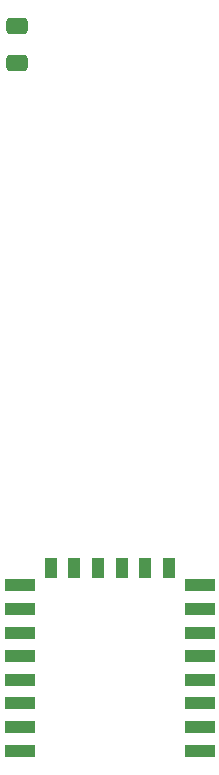
<source format=gbp>
%TF.GenerationSoftware,KiCad,Pcbnew,(6.0.4-0)*%
%TF.CreationDate,2022-09-08T11:41:12+02:00*%
%TF.ProjectId,Antennenumschalter,416e7465-6e6e-4656-9e75-6d736368616c,rev?*%
%TF.SameCoordinates,Original*%
%TF.FileFunction,Paste,Bot*%
%TF.FilePolarity,Positive*%
%FSLAX46Y46*%
G04 Gerber Fmt 4.6, Leading zero omitted, Abs format (unit mm)*
G04 Created by KiCad (PCBNEW (6.0.4-0)) date 2022-09-08 11:41:12*
%MOMM*%
%LPD*%
G01*
G04 APERTURE LIST*
G04 Aperture macros list*
%AMRoundRect*
0 Rectangle with rounded corners*
0 $1 Rounding radius*
0 $2 $3 $4 $5 $6 $7 $8 $9 X,Y pos of 4 corners*
0 Add a 4 corners polygon primitive as box body*
4,1,4,$2,$3,$4,$5,$6,$7,$8,$9,$2,$3,0*
0 Add four circle primitives for the rounded corners*
1,1,$1+$1,$2,$3*
1,1,$1+$1,$4,$5*
1,1,$1+$1,$6,$7*
1,1,$1+$1,$8,$9*
0 Add four rect primitives between the rounded corners*
20,1,$1+$1,$2,$3,$4,$5,0*
20,1,$1+$1,$4,$5,$6,$7,0*
20,1,$1+$1,$6,$7,$8,$9,0*
20,1,$1+$1,$8,$9,$2,$3,0*%
G04 Aperture macros list end*
%ADD10RoundRect,0.250000X-0.650000X0.412500X-0.650000X-0.412500X0.650000X-0.412500X0.650000X0.412500X0*%
%ADD11R,2.500000X1.000000*%
%ADD12R,1.000000X1.800000*%
G04 APERTURE END LIST*
D10*
X90043000Y-76796500D03*
X90043000Y-79921500D03*
D11*
X90317000Y-138120000D03*
X90317000Y-136120000D03*
X90317000Y-134120000D03*
X90317000Y-132120000D03*
X90317000Y-130120000D03*
X90317000Y-128120000D03*
X90317000Y-126120000D03*
X90317000Y-124120000D03*
D12*
X92917000Y-122620000D03*
X94917000Y-122620000D03*
X96917000Y-122620000D03*
X98917000Y-122620000D03*
X100917000Y-122620000D03*
X102917000Y-122620000D03*
D11*
X105517000Y-124120000D03*
X105517000Y-126120000D03*
X105517000Y-128120000D03*
X105517000Y-130120000D03*
X105517000Y-132120000D03*
X105517000Y-134120000D03*
X105517000Y-136120000D03*
X105517000Y-138120000D03*
M02*

</source>
